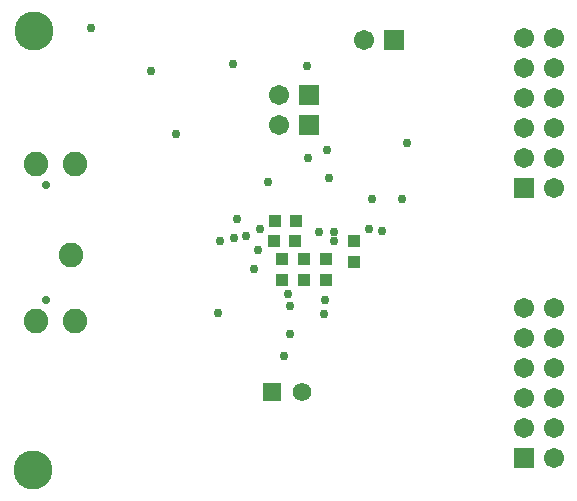
<source format=gbr>
%TF.GenerationSoftware,Altium Limited,Altium Designer,19.1.7 (138)*%
G04 Layer_Color=16711935*
%FSLAX45Y45*%
%MOMM*%
%TF.FileFunction,Soldermask,Bot*%
%TF.Part,Single*%
G01*
G75*
%TA.AperFunction,SMDPad,CuDef*%
%ADD36R,1.00320X1.00320*%
%ADD37R,1.00320X1.00320*%
%TA.AperFunction,ComponentPad*%
%ADD38C,1.57320*%
%ADD39R,1.57320X1.57320*%
%ADD40C,1.70320*%
%ADD41R,1.70320X1.70320*%
%TA.AperFunction,WasherPad*%
%ADD42C,3.30320*%
%TA.AperFunction,ComponentPad*%
%ADD43C,2.07820*%
%ADD44C,0.70320*%
%TA.AperFunction,ViaPad*%
%ADD45C,0.76200*%
D36*
X6311900Y5524500D02*
D03*
Y5349500D02*
D03*
X6070592Y5195696D02*
D03*
Y5370696D02*
D03*
X5890167Y5195696D02*
D03*
Y5370696D02*
D03*
X5702292Y5195696D02*
D03*
Y5370696D02*
D03*
D37*
X5640196Y5689608D02*
D03*
X5815196D02*
D03*
X5811270Y5521881D02*
D03*
X5636270D02*
D03*
D38*
X5867400Y4241800D02*
D03*
D39*
X5613400D02*
D03*
D40*
X6396000Y7225000D02*
D03*
X5677723Y6502325D02*
D03*
Y6756325D02*
D03*
X8001000Y3683000D02*
D03*
X7747000Y3937000D02*
D03*
Y4191000D02*
D03*
Y4445000D02*
D03*
Y4699000D02*
D03*
Y4953000D02*
D03*
X8001000Y3937000D02*
D03*
Y4191000D02*
D03*
Y4445000D02*
D03*
Y4699000D02*
D03*
Y4953000D02*
D03*
Y5969000D02*
D03*
X7747000Y6223000D02*
D03*
Y6477000D02*
D03*
Y6731000D02*
D03*
Y6985000D02*
D03*
Y7239000D02*
D03*
X8001000Y6223000D02*
D03*
Y6477000D02*
D03*
Y6731000D02*
D03*
Y6985000D02*
D03*
Y7239000D02*
D03*
D41*
X6650000Y7225000D02*
D03*
X5931723Y6502325D02*
D03*
Y6756325D02*
D03*
X7747000Y3683000D02*
D03*
Y5969000D02*
D03*
D42*
X3594861Y3588206D02*
D03*
X3600000Y7300000D02*
D03*
D43*
X3615500Y6176000D02*
D03*
Y4846000D02*
D03*
X3950500D02*
D03*
X3910500Y5401000D02*
D03*
X3950500Y6176000D02*
D03*
D44*
X3700500Y6001000D02*
D03*
Y5021000D02*
D03*
D45*
X6012180Y5603240D02*
D03*
X6139180Y5527040D02*
D03*
Y5603240D02*
D03*
X4800600Y6431280D02*
D03*
X4086860Y7327900D02*
D03*
X5720080Y4546600D02*
D03*
X5293360Y5547360D02*
D03*
X5285740Y7023100D02*
D03*
X6715760Y5878830D02*
D03*
X6433820Y5623560D02*
D03*
X6548120Y5610860D02*
D03*
X6461760Y5875020D02*
D03*
X6761480Y6352540D02*
D03*
X5582920Y6019800D02*
D03*
X5765800Y4737100D02*
D03*
X6057900Y4902200D02*
D03*
X5768340Y4970780D02*
D03*
X4594860Y6962140D02*
D03*
X5161280Y4909820D02*
D03*
X6067740Y5024861D02*
D03*
X5749000Y5070820D02*
D03*
X5397124Y5565140D02*
D03*
X5501640Y5450840D02*
D03*
X6078220Y6294120D02*
D03*
X6098540Y6052820D02*
D03*
X5920740Y6223000D02*
D03*
X5913120Y7005320D02*
D03*
X5513400Y5624500D02*
D03*
X5173980Y5519420D02*
D03*
X5321300Y5712460D02*
D03*
X5467794Y5288280D02*
D03*
%TF.MD5,4322b719c7acd5c326a3b4744b56be3f*%
M02*

</source>
